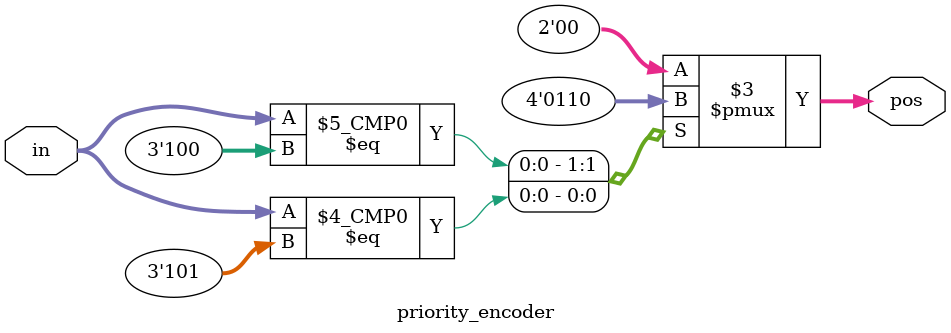
<source format=v>
module priority_encoder( 
input [2:0] in,
output reg [1:0] pos ); 
// When sel=1, assign b to out
always@(in ) 
case (in)
3'b011:
	pos = 2'b00;
3'b100:
	pos = 2'b01;
3'b101:
	pos = 2'b10;
default:
	pos = 2'b00;
endcase
endmodule

</source>
